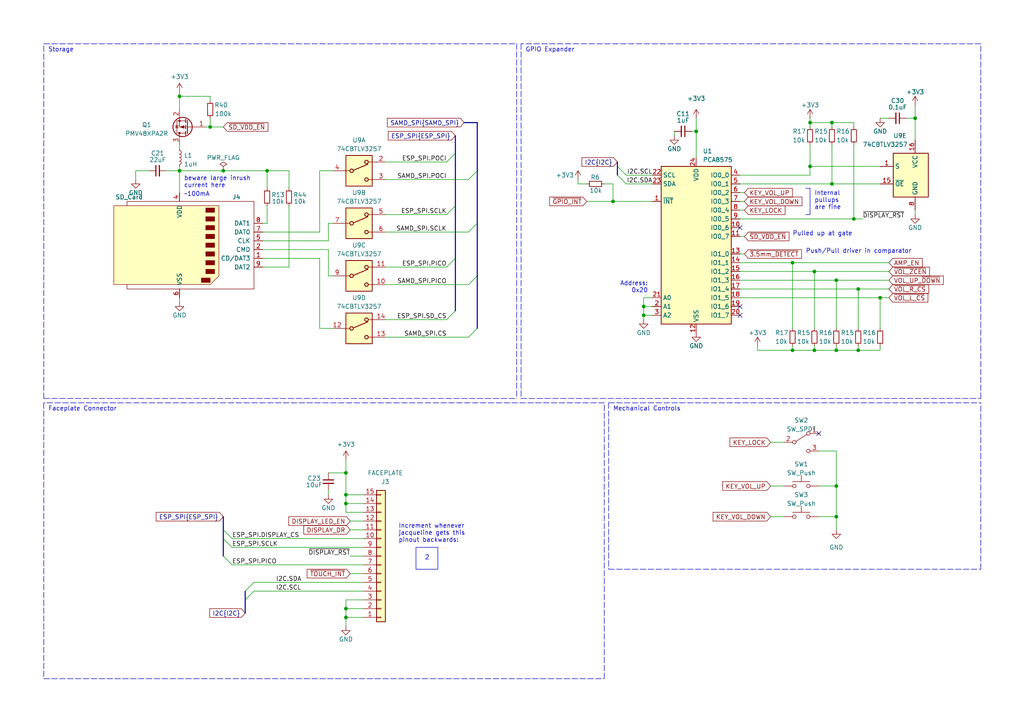
<source format=kicad_sch>
(kicad_sch (version 20230121) (generator eeschema)
  (paper "A4")
  (title_block (title "TANGARA") (date "2023-05-30") (rev "4") (company "made by jacqueline") (comment 1 "SPDX-License-Identifier: CERN-OHL-S-2.0"))
  (lib_symbols
    (symbol "74xx:74CBTLV3257"
      (property "Reference" "U" (at 17.78 1.27 0))
      (property "Value" "74CBTLV3257" (at 15.24 -1.27 0))
      (symbol "74CBTLV3257_1_1"
        (rectangle (start -3.81 4.445) (end 3.81 -4.445) (stroke (width 0.254)) (fill (type background)))
        (circle (center -2.159 0) (radius 0.508) (stroke (width 0.254)))
        (polyline (pts (xy -5.08 0) (xy -2.794 0)))
        (polyline (pts (xy -1.651 0.127) (xy 2.54 1.905)) (stroke (width 0.254)))
        (polyline (pts (xy 5.08 -2.54) (xy 2.794 -2.54)))
        (polyline (pts (xy 5.08 2.54) (xy 2.794 2.54)))
        (circle (center 2.159 -2.54) (radius 0.508) (stroke (width 0.254)))
        (circle (center 2.159 2.54) (radius 0.508) (stroke (width 0.254)))
        (pin passive line (at 7.62 2.54 180) (length 2.54) (name "~") (number "2"))
        (pin passive line (at 7.62 -2.54 180) (length 2.54) (name "~") (number "3"))
        (pin passive line (at -7.62 0 0) (length 2.54) (name "~") (number "4"))
      )
      (symbol "74CBTLV3257_2_1"
        (rectangle (start -3.81 4.445) (end 3.81 -4.445) (stroke (width 0.254)) (fill (type background)))
        (circle (center -2.159 0) (radius 0.508) (stroke (width 0.254)))
        (polyline (pts (xy -5.08 0) (xy -2.794 0)))
        (polyline (pts (xy -1.651 0.127) (xy 2.54 1.905)) (stroke (width 0.254)))
        (polyline (pts (xy 5.08 -2.54) (xy 2.794 -2.54)))
        (polyline (pts (xy 5.08 2.54) (xy 2.794 2.54)))
        (circle (center 2.159 -2.54) (radius 0.508) (stroke (width 0.254)))
        (circle (center 2.159 2.54) (radius 0.508) (stroke (width 0.254)))
        (pin passive line (at 7.62 2.54 180) (length 2.54) (name "~") (number "5"))
        (pin passive line (at 7.62 -2.54 180) (length 2.54) (name "~") (number "6"))
        (pin passive line (at -7.62 0 0) (length 2.54) (name "~") (number "7"))
      )
      (symbol "74CBTLV3257_3_1"
        (rectangle (start -3.81 4.445) (end 3.81 -4.445) (stroke (width 0.254)) (fill (type background)))
        (circle (center -2.159 0) (radius 0.508) (stroke (width 0.254)))
        (polyline (pts (xy -5.08 0) (xy -2.794 0)))
        (polyline (pts (xy -1.651 0.127) (xy 2.54 1.905)) (stroke (width 0.254)))
        (polyline (pts (xy 5.08 -2.54) (xy 2.794 -2.54)))
        (polyline (pts (xy 5.08 2.54) (xy 2.794 2.54)))
        (circle (center 2.159 -2.54) (radius 0.508) (stroke (width 0.254)))
        (circle (center 2.159 2.54) (radius 0.508) (stroke (width 0.254)))
        (pin passive line (at 7.62 -2.54 180) (length 2.54) (name "~") (number "10"))
        (pin passive line (at 7.62 2.54 180) (length 2.54) (name "~") (number "11"))
        (pin passive line (at -7.62 0 0) (length 2.54) (name "~") (number "9"))
      )
      (symbol "74CBTLV3257_4_1"
        (rectangle (start -3.81 4.445) (end 3.81 -4.445) (stroke (width 0.254)) (fill (type background)))
        (circle (center -2.159 0) (radius 0.508) (stroke (width 0.254)))
        (polyline (pts (xy -5.08 0) (xy -2.794 0)))
        (polyline (pts (xy -1.651 0.127) (xy 2.54 1.905)) (stroke (width 0.254)))
        (polyline (pts (xy 5.08 -2.54) (xy 2.794 -2.54)))
        (polyline (pts (xy 5.08 2.54) (xy 2.794 2.54)))
        (circle (center 2.159 -2.54) (radius 0.508) (stroke (width 0.254)))
        (circle (center 2.159 2.54) (radius 0.508) (stroke (width 0.254)))
        (pin passive line (at -7.62 0 0) (length 2.54) (name "~") (number "12"))
        (pin passive line (at 7.62 -2.54 180) (length 2.54) (name "~") (number "13"))
        (pin passive line (at 7.62 2.54 180) (length 2.54) (name "~") (number "14"))
      )
      (symbol "74CBTLV3257_5_1"
        (rectangle (start 3.81 6.35) (end -6.35 -6.35) (stroke (width 0.254)) (fill (type background)))
        (pin input line (at -10.16 2.54 0) (length 3.81) (name "S") (number "1"))
        (pin input line (at -10.16 -2.54 0) (length 3.81) (name "~{OE}") (number "15"))
        (pin power_in line (at 0 10.16 270) (length 3.81) (name "VCC") (number "16"))
        (pin power_in line (at 0 -10.16 90) (length 3.81) (name "GND") (number "8"))
      )
    )
    (symbol "Connector_Generic:Conn_01x15" (pin_names (offset 1.016) hide)
      (property "Reference" "J" (at 0 20.32 0))
      (property "Value" "Conn_01x15" (at 0 -20.32 0))
      (symbol "Conn_01x15_1_1"
        (rectangle (start -1.27 -17.653) (end 0 -17.907) (stroke (width 0.1524)))
        (rectangle (start -1.27 -15.113) (end 0 -15.367) (stroke (width 0.1524)))
        (rectangle (start -1.27 -12.573) (end 0 -12.827) (stroke (width 0.1524)))
        (rectangle (start -1.27 -10.033) (end 0 -10.287) (stroke (width 0.1524)))
        (rectangle (start -1.27 -7.493) (end 0 -7.747) (stroke (width 0.1524)))
        (rectangle (start -1.27 -4.953) (end 0 -5.207) (stroke (width 0.1524)))
        (rectangle (start -1.27 -2.413) (end 0 -2.667) (stroke (width 0.1524)))
        (rectangle (start -1.27 0.127) (end 0 -0.127) (stroke (width 0.1524)))
        (rectangle (start -1.27 2.667) (end 0 2.413) (stroke (width 0.1524)))
        (rectangle (start -1.27 5.207) (end 0 4.953) (stroke (width 0.1524)))
        (rectangle (start -1.27 7.747) (end 0 7.493) (stroke (width 0.1524)))
        (rectangle (start -1.27 10.287) (end 0 10.033) (stroke (width 0.1524)))
        (rectangle (start -1.27 12.827) (end 0 12.573) (stroke (width 0.1524)))
        (rectangle (start -1.27 15.367) (end 0 15.113) (stroke (width 0.1524)))
        (rectangle (start -1.27 17.907) (end 0 17.653) (stroke (width 0.1524)))
        (rectangle (start -1.27 19.05) (end 1.27 -19.05) (stroke (width 0.254)) (fill (type background)))
        (pin passive line (at -5.08 17.78 0) (length 3.81) (name "Pin_1") (number "1"))
        (pin passive line (at -5.08 -5.08 0) (length 3.81) (name "Pin_10") (number "10"))
        (pin passive line (at -5.08 -7.62 0) (length 3.81) (name "Pin_11") (number "11"))
        (pin passive line (at -5.08 -10.16 0) (length 3.81) (name "Pin_12") (number "12"))
        (pin passive line (at -5.08 -12.7 0) (length 3.81) (name "Pin_13") (number "13"))
        (pin passive line (at -5.08 -15.24 0) (length 3.81) (name "Pin_14") (number "14"))
        (pin passive line (at -5.08 -17.78 0) (length 3.81) (name "Pin_15") (number "15"))
        (pin passive line (at -5.08 15.24 0) (length 3.81) (name "Pin_2") (number "2"))
        (pin passive line (at -5.08 12.7 0) (length 3.81) (name "Pin_3") (number "3"))
        (pin passive line (at -5.08 10.16 0) (length 3.81) (name "Pin_4") (number "4"))
        (pin passive line (at -5.08 7.62 0) (length 3.81) (name "Pin_5") (number "5"))
        (pin passive line (at -5.08 5.08 0) (length 3.81) (name "Pin_6") (number "6"))
        (pin passive line (at -5.08 2.54 0) (length 3.81) (name "Pin_7") (number "7"))
        (pin passive line (at -5.08 0 0) (length 3.81) (name "Pin_8") (number "8"))
        (pin passive line (at -5.08 -2.54 0) (length 3.81) (name "Pin_9") (number "9"))
      )
    )
    (symbol "Device:C_Small" (pin_numbers hide) (pin_names (offset 0.254) hide)
      (property "Reference" "C" (at 0.254 1.778 0))
      (property "Value" "C_Small" (at 0.254 -2.032 0))
      (symbol "C_Small_0_1"
        (polyline (pts (xy -1.524 -0.508) (xy 1.524 -0.508)) (stroke (width 0.3302)))
        (polyline (pts (xy -1.524 0.508) (xy 1.524 0.508)) (stroke (width 0.3048)))
      )
      (symbol "C_Small_1_1"
        (pin passive line (at 0 2.54 270) (length 2.032) (name "~") (number "1"))
        (pin passive line (at 0 -2.54 90) (length 2.032) (name "~") (number "2"))
      )
    )
    (symbol "Device:L_Small" (pin_numbers hide) (pin_names (offset 0.254) hide)
      (property "Reference" "L" (at 0.762 1.016 0))
      (property "Value" "L_Small" (at 0.762 -1.016 0))
      (symbol "L_Small_0_1"
        (arc (start 0 -2.032) (mid 0.5058 -1.524) (end 0 -1.016))
        (arc (start 0 -1.016) (mid 0.5058 -0.508) (end 0 0))
        (arc (start 0 0) (mid 0.5058 0.508) (end 0 1.016))
        (arc (start 0 1.016) (mid 0.5058 1.524) (end 0 2.032))
      )
      (symbol "L_Small_1_1"
        (pin passive line (at 0 2.54 270) (length 0.508) (name "~") (number "1"))
        (pin passive line (at 0 -2.54 90) (length 0.508) (name "~") (number "2"))
      )
    )
    (symbol "Device:Q_PMOS_GSD" (pin_names (offset 0) hide)
      (property "Reference" "Q" (at 5.08 1.27 0))
      (property "Value" "Q_PMOS_GSD" (at 5.08 -1.27 0))
      (symbol "Q_PMOS_GSD_0_1"
        (polyline (pts (xy 0.254 0) (xy -2.54 0)))
        (polyline (pts (xy 0.254 1.905) (xy 0.254 -1.905)) (stroke (width 0.254)))
        (polyline (pts (xy 0.762 -1.27) (xy 0.762 -2.286)) (stroke (width 0.254)))
        (polyline (pts (xy 0.762 0.508) (xy 0.762 -0.508)) (stroke (width 0.254)))
        (polyline (pts (xy 0.762 2.286) (xy 0.762 1.27)) (stroke (width 0.254)))
        (polyline (pts (xy 2.54 2.54) (xy 2.54 1.778)))
        (polyline (pts (xy 2.54 -2.54) (xy 2.54 0) (xy 0.762 0)))
        (polyline (pts (xy 0.762 1.778) (xy 3.302 1.778) (xy 3.302 -1.778) (xy 0.762 -1.778)))
        (polyline (pts (xy 2.286 0) (xy 1.27 0.381) (xy 1.27 -0.381) (xy 2.286 0)) (fill (type outline)))
        (polyline (pts (xy 2.794 -0.508) (xy 2.921 -0.381) (xy 3.683 -0.381) (xy 3.81 -0.254)))
        (polyline (pts (xy 3.302 -0.381) (xy 2.921 0.254) (xy 3.683 0.254) (xy 3.302 -0.381)))
        (circle (center 1.651 0) (radius 2.794) (stroke (width 0.254)))
        (circle (center 2.54 -1.778) (radius 0.254) (fill (type outline)))
        (circle (center 2.54 1.778) (radius 0.254) (fill (type outline)))
      )
      (symbol "Q_PMOS_GSD_1_1"
        (pin input line (at -5.08 0 0) (length 2.54) (name "G") (number "1"))
        (pin passive line (at 2.54 -5.08 90) (length 2.54) (name "S") (number "2"))
        (pin passive line (at 2.54 5.08 270) (length 2.54) (name "D") (number "3"))
      )
    )
    (symbol "Device:R_Small" (pin_numbers hide) (pin_names (offset 0.254) hide)
      (property "Reference" "R" (at 0.762 0.508 0))
      (property "Value" "R_Small" (at 0.762 -1.016 0))
      (symbol "R_Small_0_1"
        (rectangle (start -0.762 1.778) (end 0.762 -1.778) (stroke (width 0.2032)))
      )
      (symbol "R_Small_1_1"
        (pin passive line (at 0 2.54 270) (length 0.762) (name "~") (number "1"))
        (pin passive line (at 0 -2.54 90) (length 0.762) (name "~") (number "2"))
      )
    )
    (symbol "Interface_Expansion:PCA9555D"
      (property "Reference" "U" (at -8.89 24.13 0))
      (property "Value" "PCA9555D" (at 6.35 24.13 0))
      (symbol "PCA9555D_0_1"
        (rectangle (start -10.16 22.86) (end 10.16 -22.86) (stroke (width 0.254)) (fill (type background)))
      )
      (symbol "PCA9555D_1_1"
        (pin open_collector line (at -12.7 12.7 0) (length 2.54) (name "~{INT}") (number "1"))
        (pin bidirectional line (at 12.7 5.08 180) (length 2.54) (name "IO0_6") (number "10"))
        (pin bidirectional line (at 12.7 2.54 180) (length 2.54) (name "IO0_7") (number "11"))
        (pin power_in line (at 0 -25.4 90) (length 2.54) (name "VSS") (number "12"))
        (pin bidirectional line (at 12.7 -2.54 180) (length 2.54) (name "IO1_0") (number "13"))
        (pin bidirectional line (at 12.7 -5.08 180) (length 2.54) (name "IO1_1") (number "14"))
        (pin bidirectional line (at 12.7 -7.62 180) (length 2.54) (name "IO1_2") (number "15"))
        (pin bidirectional line (at 12.7 -10.16 180) (length 2.54) (name "IO1_3") (number "16"))
        (pin bidirectional line (at 12.7 -12.7 180) (length 2.54) (name "IO1_4") (number "17"))
        (pin bidirectional line (at 12.7 -15.24 180) (length 2.54) (name "IO1_5") (number "18"))
        (pin bidirectional line (at 12.7 -17.78 180) (length 2.54) (name "IO1_6") (number "19"))
        (pin input line (at -12.7 -17.78 0) (length 2.54) (name "A1") (number "2"))
        (pin bidirectional line (at 12.7 -20.32 180) (length 2.54) (name "IO1_7") (number "20"))
        (pin input line (at -12.7 -15.24 0) (length 2.54) (name "A0") (number "21"))
        (pin input line (at -12.7 20.32 0) (length 2.54) (name "SCL") (number "22"))
        (pin bidirectional line (at -12.7 17.78 0) (length 2.54) (name "SDA") (number "23"))
        (pin power_in line (at 0 25.4 270) (length 2.54) (name "VDD") (number "24"))
        (pin input line (at -12.7 -20.32 0) (length 2.54) (name "A2") (number "3"))
        (pin bidirectional line (at 12.7 20.32 180) (length 2.54) (name "IO0_0") (number "4"))
        (pin bidirectional line (at 12.7 17.78 180) (length 2.54) (name "IO0_1") (number "5"))
        (pin bidirectional line (at 12.7 15.24 180) (length 2.54) (name "IO0_2") (number "6"))
        (pin bidirectional line (at 12.7 12.7 180) (length 2.54) (name "IO0_3") (number "7"))
        (pin bidirectional line (at 12.7 10.16 180) (length 2.54) (name "IO0_4") (number "8"))
        (pin bidirectional line (at 12.7 7.62 180) (length 2.54) (name "IO0_5") (number "9"))
      )
    )
    (symbol "Switch:SW_Push" (pin_numbers hide) (pin_names (offset 1.016) hide)
      (property "Reference" "SW" (at 1.27 2.54 0))
      (property "Value" "SW_Push" (at 0 -1.524 0))
      (symbol "SW_Push_0_1"
        (circle (center -2.032 0) (radius 0.508))
        (polyline (pts (xy 0 1.27) (xy 0 3.048)))
        (polyline (pts (xy 2.54 1.27) (xy -2.54 1.27)))
        (circle (center 2.032 0) (radius 0.508))
        (pin passive line (at -5.08 0 0) (length 2.54) (name "1") (number "1"))
        (pin passive line (at 5.08 0 180) (length 2.54) (name "2") (number "2"))
      )
    )
    (symbol "Switch:SW_SPDT" (pin_names (offset 0) hide)
      (property "Reference" "SW" (at 0 4.318 0))
      (property "Value" "SW_SPDT" (at 0 -5.08 0))
      (symbol "SW_SPDT_0_0"
        (circle (center -2.032 0) (radius 0.508))
        (circle (center 2.032 -2.54) (radius 0.508))
      )
      (symbol "SW_SPDT_0_1"
        (polyline (pts (xy -1.524 0.254) (xy 1.651 2.286)))
        (circle (center 2.032 2.54) (radius 0.508))
      )
      (symbol "SW_SPDT_1_1"
        (pin passive line (at 5.08 2.54 180) (length 2.54) (name "A") (number "1"))
        (pin passive line (at -5.08 0 0) (length 2.54) (name "B") (number "2"))
        (pin passive line (at 5.08 -2.54 180) (length 2.54) (name "C") (number "3"))
      )
    )
    (symbol "power:+3V3" (power) (pin_names (offset 0))
      (property "Value" "+3V3" (at 0 3.556 0))
      (symbol "+3V3_0_1"
        (polyline (pts (xy -0.762 1.27) (xy 0 2.54)))
        (polyline (pts (xy 0 0) (xy 0 2.54)))
        (polyline (pts (xy 0 2.54) (xy 0.762 1.27)))
      )
      (symbol "+3V3_1_1"
        (pin power_in line (at 0 0 90) (length 0) hide (name "+3V3") (number "1"))
      )
    )
    (symbol "power:GND" (power) (pin_names (offset 0))
      (property "Value" "GND" (at 0 -3.81 0))
      (symbol "GND_0_1"
        (polyline (pts (xy 0 0) (xy 0 -1.27) (xy 1.27 -1.27) (xy 0 -2.54) (xy -1.27 -1.27) (xy 0 -1.27)))
      )
      (symbol "GND_1_1"
        (pin power_in line (at 0 0 270) (length 0) hide (name "GND") (number "1"))
      )
    )
    (symbol "power:PWR_FLAG" (power) (pin_numbers hide) (pin_names (offset 0) hide)
      (property "Value" "PWR_FLAG" (at 0 3.81 0))
      (symbol "PWR_FLAG_0_0"
        (pin power_out line (at 0 0 90) (length 0) (name "pwr") (number "1"))
      )
      (symbol "PWR_FLAG_0_1"
        (polyline (pts (xy 0 0) (xy 0 1.27) (xy -1.016 1.905) (xy 0 2.54) (xy 1.016 1.905) (xy 0 1.27)))
      )
    )
    (symbol "symbols:SD_Card" (pin_names (offset 1.016))
      (property "Reference" "J" (at -16.51 13.97 0))
      (property "Value" "SD_Card" (at 15.24 -13.97 0))
      (symbol "SD_Card_0_1"
        (rectangle (start -8.89 -9.525) (end -6.35 -10.795) (fill (type outline)))
        (rectangle (start -8.89 -6.985) (end -6.35 -8.255) (fill (type outline)))
        (rectangle (start -8.89 -4.445) (end -6.35 -5.715) (fill (type outline)))
        (rectangle (start -8.89 -1.905) (end -6.35 -3.175) (fill (type outline)))
        (rectangle (start -8.89 0.635) (end -6.35 -0.635) (fill (type outline)))
        (rectangle (start -8.89 3.175) (end -6.35 1.905) (fill (type outline)))
        (rectangle (start -8.89 5.715) (end -6.35 4.445) (fill (type outline)))
        (rectangle (start -8.89 8.255) (end -6.35 6.985) (fill (type outline)))
        (rectangle (start -7.62 10.795) (end -5.08 9.525) (fill (type outline)))
        (polyline (pts (xy -10.16 8.89) (xy -7.62 11.43) (xy 20.32 11.43) (xy 20.32 -11.43) (xy -10.16 -11.43) (xy -10.16 8.89)) (fill (type background)))
        (polyline (pts (xy 16.51 11.43) (xy 16.51 12.7) (xy -20.32 12.7) (xy -20.32 -12.7) (xy 16.51 -12.7) (xy 16.51 -11.43)))
      )
      (symbol "SD_Card_1_1"
        (pin input line (at -22.86 3.81 0) (length 2.54) (name "CD/DAT3") (number "1"))
        (pin input line (at -22.86 1.27 0) (length 2.54) (name "CMD") (number "2"))
        (pin power_in line (at 1.27 15.24 270) (length 2.54) hide (name "VSS") (number "3"))
        (pin power_in line (at 1.27 -15.24 90) (length 2.54) (name "VDD") (number "4"))
        (pin input line (at -22.86 -1.27 0) (length 2.54) (name "CLK") (number "5"))
        (pin power_in line (at 1.27 15.24 270) (length 2.54) (name "VSS") (number "6"))
        (pin input line (at -22.86 -3.81 0) (length 2.54) (name "DAT0") (number "7"))
        (pin input line (at -22.86 -6.35 0) (length 2.54) (name "DAT1") (number "8"))
        (pin input line (at -22.86 6.35 0) (length 2.54) (name "DAT2") (number "9"))
      )
    )
  )
  (junction (at 255.27 86.36))
  (junction (at 186.69 91.44))
  (junction (at 242.57 81.28))
  (junction (at 100.33 146.05))
  (junction (at 242.57 101.6))
  (junction (at 248.92 101.6))
  (junction (at 100.33 176.53))
  (junction (at 64.77 49.53))
  (junction (at 234.95 48.26))
  (junction (at 229.87 101.6))
  (junction (at 248.92 83.82))
  (junction (at 52.07 27.94))
  (junction (at 100.33 179.07))
  (junction (at 236.22 101.6))
  (junction (at 265.43 34.29))
  (junction (at 242.57 149.86))
  (junction (at 234.95 35.56))
  (junction (at 241.3 53.34))
  (junction (at 236.22 78.74))
  (junction (at 100.33 143.51))
  (junction (at 229.87 76.2))
  (junction (at 201.93 38.1))
  (junction (at 77.47 49.53))
  (junction (at 186.69 88.9))
  (junction (at 52.07 49.53))
  (junction (at 241.3 35.56))
  (junction (at 247.65 63.5))
  (junction (at 242.57 140.97))
  (junction (at 60.96 36.83))
  (junction (at 100.33 137.16))
  (junction (at 177.8 58.42))
  (no_connect (at 214.63 91.44))
  (no_connect (at 237.49 125.73))
  (no_connect (at 214.63 88.9))
  (no_connect (at 214.63 66.04))
  (bus_entry (at 67.31 158.75) (size -2.54 -2.54))
  (bus_entry (at 179.07 48.26) (size 2.54 2.54))
  (bus_entry (at 129.54 77.47) (size 2.54 -2.54))
  (bus_entry (at 129.54 92.71) (size 2.54 -2.54))
  (bus_entry (at 129.54 46.99) (size 2.54 -2.54))
  (bus_entry (at 129.54 62.23) (size 2.54 -2.54))
  (bus_entry (at 179.07 50.8) (size 2.54 2.54))
  (bus_entry (at 135.89 52.07) (size 2.54 -2.54))
  (bus_entry (at 135.89 82.55) (size 2.54 -2.54))
  (bus_entry (at 135.89 67.31) (size 2.54 -2.54))
  (bus_entry (at 67.31 163.83) (size -2.54 -2.54))
  (bus_entry (at 71.12 171.45) (size 2.54 -2.54))
  (bus_entry (at 71.12 173.99) (size 2.54 -2.54))
  (bus_entry (at 135.89 97.79) (size 2.54 -2.54))
  (bus_entry (at 67.31 156.21) (size -2.54 -2.54))
  (wire (pts (xy 186.69 88.9) (xy 186.69 91.44)))
  (wire (pts (xy 255.27 86.36) (xy 257.81 86.36)))
  (wire (pts (xy 186.69 91.44) (xy 186.69 92.71)))
  (bus (pts (xy 64.77 153.67) (xy 64.77 156.21)))
  (wire (pts (xy 242.57 140.97) (xy 242.57 149.86)))
  (wire (pts (xy 236.22 101.6) (xy 242.57 101.6)))
  (wire (pts (xy 67.31 156.21) (xy 105.41 156.21)))
  (polyline (pts (xy 12.7 12.7) (xy 149.86 12.7)) (stroke (width 0) (type dash)))
  (polyline (pts (xy 176.53 116.84) (xy 176.53 165.1)) (stroke (width 0) (type dash)))
  (wire (pts (xy 219.71 100.33) (xy 219.71 101.6)))
  (wire (pts (xy 237.49 130.81) (xy 242.57 130.81)))
  (wire (pts (xy 234.95 41.91) (xy 234.95 48.26)))
  (wire (pts (xy 250.19 63.5) (xy 247.65 63.5)))
  (bus (pts (xy 134.62 35.56) (xy 138.43 35.56)))
  (polyline (pts (xy 234.95 62.23) (xy 234.95 54.61)))
  (wire (pts (xy 248.92 101.6) (xy 255.27 101.6)))
  (wire (pts (xy 39.37 49.53) (xy 39.37 52.07)))
  (wire (pts (xy 100.33 179.07) (xy 105.41 179.07)))
  (bus (pts (xy 71.12 171.45) (xy 71.12 173.99)))
  (wire (pts (xy 52.07 87.63) (xy 52.07 86.36)))
  (wire (pts (xy 265.43 30.48) (xy 265.43 34.29)))
  (wire (pts (xy 201.93 34.29) (xy 201.93 38.1)))
  (wire (pts (xy 92.71 49.53) (xy 92.71 67.31)))
  (wire (pts (xy 64.77 36.83) (xy 60.96 36.83)))
  (wire (pts (xy 236.22 78.74) (xy 257.81 78.74)))
  (wire (pts (xy 214.63 76.2) (xy 229.87 76.2)))
  (wire (pts (xy 101.6 153.67) (xy 105.41 153.67)))
  (wire (pts (xy 177.8 53.34) (xy 177.8 58.42)))
  (wire (pts (xy 77.47 49.53) (xy 83.82 49.53)))
  (bus (pts (xy 132.08 44.45) (xy 132.08 59.69)))
  (wire (pts (xy 234.95 50.8) (xy 234.95 48.26)))
  (wire (pts (xy 214.63 83.82) (xy 248.92 83.82)))
  (wire (pts (xy 60.96 34.29) (xy 60.96 36.83)))
  (wire (pts (xy 242.57 130.81) (xy 242.57 140.97)))
  (wire (pts (xy 175.26 53.34) (xy 177.8 53.34)))
  (wire (pts (xy 241.3 35.56) (xy 247.65 35.56)))
  (wire (pts (xy 255.27 86.36) (xy 255.27 95.25)))
  (polyline (pts (xy 176.53 116.84) (xy 284.48 116.84)) (stroke (width 0) (type dash)))
  (wire (pts (xy 214.63 58.42) (xy 215.9 58.42)))
  (wire (pts (xy 170.18 58.42) (xy 177.8 58.42)))
  (wire (pts (xy 48.26 49.53) (xy 52.07 49.53)))
  (wire (pts (xy 77.47 49.53) (xy 77.47 54.61)))
  (wire (pts (xy 214.63 53.34) (xy 241.3 53.34)))
  (wire (pts (xy 95.25 72.39) (xy 95.25 80.01)))
  (polyline (pts (xy 151.13 12.7) (xy 151.13 115.57)) (stroke (width 0) (type dash)))
  (wire (pts (xy 247.65 41.91) (xy 247.65 63.5)))
  (wire (pts (xy 100.33 181.61) (xy 100.33 179.07)))
  (wire (pts (xy 67.31 158.75) (xy 105.41 158.75)))
  (wire (pts (xy 181.61 53.34) (xy 189.23 53.34)))
  (wire (pts (xy 100.33 176.53) (xy 100.33 179.07)))
  (wire (pts (xy 92.71 74.93) (xy 92.71 95.25)))
  (wire (pts (xy 111.76 97.79) (xy 135.89 97.79)))
  (wire (pts (xy 167.64 53.34) (xy 170.18 53.34)))
  (wire (pts (xy 76.2 67.31) (xy 92.71 67.31)))
  (polyline (pts (xy 151.13 115.57) (xy 284.48 115.57)) (stroke (width 0) (type dash)))
  (wire (pts (xy 247.65 35.56) (xy 247.65 36.83)))
  (bus (pts (xy 132.08 74.93) (xy 132.08 90.17)))
  (wire (pts (xy 189.23 88.9) (xy 186.69 88.9)))
  (wire (pts (xy 189.23 86.36) (xy 186.69 86.36)))
  (wire (pts (xy 237.49 140.97) (xy 242.57 140.97)))
  (wire (pts (xy 200.66 38.1) (xy 201.93 38.1)))
  (bus (pts (xy 138.43 35.56) (xy 138.43 49.53)))
  (wire (pts (xy 95.25 80.01) (xy 96.52 80.01)))
  (wire (pts (xy 229.87 100.33) (xy 229.87 101.6)))
  (wire (pts (xy 236.22 78.74) (xy 236.22 95.25)))
  (bus (pts (xy 179.07 46.99) (xy 179.07 48.26)))
  (wire (pts (xy 101.6 161.29) (xy 105.41 161.29)))
  (wire (pts (xy 92.71 95.25) (xy 96.52 95.25)))
  (wire (pts (xy 255.27 101.6) (xy 255.27 100.33)))
  (wire (pts (xy 64.77 49.53) (xy 77.47 49.53)))
  (polyline (pts (xy 284.48 165.1) (xy 284.48 116.84)) (stroke (width 0) (type dash)))
  (wire (pts (xy 52.07 49.53) (xy 64.77 49.53)))
  (wire (pts (xy 215.9 68.58) (xy 214.63 68.58)))
  (wire (pts (xy 255.27 34.29) (xy 257.81 34.29)))
  (wire (pts (xy 214.63 55.88) (xy 215.9 55.88)))
  (wire (pts (xy 242.57 81.28) (xy 257.81 81.28)))
  (wire (pts (xy 95.25 69.85) (xy 95.25 64.77)))
  (wire (pts (xy 52.07 26.67) (xy 52.07 27.94)))
  (wire (pts (xy 234.95 48.26) (xy 255.27 48.26)))
  (wire (pts (xy 214.63 50.8) (xy 234.95 50.8)))
  (wire (pts (xy 111.76 92.71) (xy 129.54 92.71)))
  (wire (pts (xy 52.07 48.26) (xy 52.07 49.53)))
  (wire (pts (xy 234.95 35.56) (xy 234.95 36.83)))
  (polyline (pts (xy 12.7 196.85) (xy 175.26 196.85)) (stroke (width 0) (type dash)))
  (wire (pts (xy 100.33 143.51) (xy 105.41 143.51)))
  (wire (pts (xy 177.8 58.42) (xy 189.23 58.42)))
  (wire (pts (xy 111.76 77.47) (xy 129.54 77.47)))
  (wire (pts (xy 52.07 27.94) (xy 52.07 31.75)))
  (wire (pts (xy 111.76 52.07) (xy 135.89 52.07)))
  (wire (pts (xy 101.6 166.37) (xy 105.41 166.37)))
  (wire (pts (xy 73.66 171.45) (xy 105.41 171.45)))
  (wire (pts (xy 236.22 100.33) (xy 236.22 101.6)))
  (bus (pts (xy 179.07 48.26) (xy 179.07 50.8)))
  (wire (pts (xy 195.58 38.1) (xy 195.58 39.37)))
  (wire (pts (xy 167.64 52.07) (xy 167.64 53.34)))
  (wire (pts (xy 83.82 54.61) (xy 83.82 49.53)))
  (wire (pts (xy 219.71 101.6) (xy 229.87 101.6)))
  (wire (pts (xy 215.9 73.66) (xy 214.63 73.66)))
  (polyline (pts (xy 12.7 115.57) (xy 149.86 115.57)) (stroke (width 0) (type dash)))
  (wire (pts (xy 229.87 101.6) (xy 236.22 101.6)))
  (wire (pts (xy 247.65 63.5) (xy 214.63 63.5)))
  (bus (pts (xy 138.43 64.77) (xy 138.43 80.01)))
  (wire (pts (xy 241.3 53.34) (xy 255.27 53.34)))
  (wire (pts (xy 60.96 29.21) (xy 60.96 27.94)))
  (wire (pts (xy 229.87 76.2) (xy 257.81 76.2)))
  (polyline (pts (xy 175.26 196.85) (xy 175.26 116.84)) (stroke (width 0) (type dash)))
  (wire (pts (xy 100.33 148.59) (xy 100.33 146.05)))
  (wire (pts (xy 265.43 34.29) (xy 265.43 40.64)))
  (wire (pts (xy 95.25 142.24) (xy 95.25 143.51)))
  (polyline (pts (xy 12.7 115.57) (xy 12.7 12.7)) (stroke (width 0) (type dash)))
  (wire (pts (xy 105.41 146.05) (xy 100.33 146.05)))
  (polyline (pts (xy 176.53 165.1) (xy 284.48 165.1)) (stroke (width 0) (type dash)))
  (wire (pts (xy 265.43 62.23) (xy 265.43 60.96)))
  (wire (pts (xy 39.37 49.53) (xy 43.18 49.53)))
  (wire (pts (xy 111.76 82.55) (xy 135.89 82.55)))
  (polyline (pts (xy 12.7 116.84) (xy 12.7 196.85)) (stroke (width 0) (type dash)))
  (wire (pts (xy 248.92 100.33) (xy 248.92 101.6)))
  (bus (pts (xy 64.77 156.21) (xy 64.77 161.29)))
  (bus (pts (xy 132.08 39.37) (xy 132.08 44.45)))
  (wire (pts (xy 73.66 168.91) (xy 105.41 168.91)))
  (wire (pts (xy 52.07 41.91) (xy 52.07 43.18)))
  (wire (pts (xy 111.76 67.31) (xy 135.89 67.31)))
  (polyline (pts (xy 175.26 116.84) (xy 12.7 116.84)) (stroke (width 0) (type dash)))
  (wire (pts (xy 77.47 59.69) (xy 77.47 64.77)))
  (wire (pts (xy 201.93 38.1) (xy 201.93 45.72)))
  (wire (pts (xy 60.96 36.83) (xy 59.69 36.83)))
  (wire (pts (xy 60.96 27.94) (xy 52.07 27.94)))
  (wire (pts (xy 234.95 35.56) (xy 241.3 35.56)))
  (polyline (pts (xy 233.68 62.23) (xy 234.95 62.23)))
  (bus (pts (xy 132.08 59.69) (xy 132.08 74.93)))
  (wire (pts (xy 101.6 151.13) (xy 105.41 151.13)))
  (wire (pts (xy 83.82 59.69) (xy 83.82 77.47)))
  (wire (pts (xy 96.52 49.53) (xy 92.71 49.53)))
  (wire (pts (xy 76.2 64.77) (xy 77.47 64.77)))
  (wire (pts (xy 95.25 137.16) (xy 100.33 137.16)))
  (wire (pts (xy 214.63 81.28) (xy 242.57 81.28)))
  (wire (pts (xy 100.33 133.35) (xy 100.33 137.16)))
  (polyline (pts (xy 284.48 12.7) (xy 151.13 12.7)) (stroke (width 0) (type dash)))
  (wire (pts (xy 76.2 72.39) (xy 95.25 72.39)))
  (polyline (pts (xy 233.68 54.61) (xy 234.95 54.61)))
  (wire (pts (xy 105.41 148.59) (xy 100.33 148.59)))
  (wire (pts (xy 241.3 41.91) (xy 241.3 53.34)))
  (wire (pts (xy 262.89 34.29) (xy 265.43 34.29)))
  (wire (pts (xy 242.57 100.33) (xy 242.57 101.6)))
  (wire (pts (xy 100.33 173.99) (xy 100.33 176.53)))
  (wire (pts (xy 76.2 74.93) (xy 92.71 74.93)))
  (polyline (pts (xy 149.86 12.7) (xy 149.86 115.57)) (stroke (width 0) (type dash)))
  (wire (pts (xy 111.76 46.99) (xy 129.54 46.99)))
  (wire (pts (xy 242.57 81.28) (xy 242.57 95.25)))
  (wire (pts (xy 234.95 34.29) (xy 234.95 35.56)))
  (wire (pts (xy 111.76 62.23) (xy 129.54 62.23)))
  (wire (pts (xy 248.92 83.82) (xy 248.92 95.25)))
  (bus (pts (xy 64.77 149.86) (xy 64.77 153.67)))
  (wire (pts (xy 76.2 69.85) (xy 95.25 69.85)))
  (wire (pts (xy 181.61 50.8) (xy 189.23 50.8)))
  (wire (pts (xy 95.25 64.77) (xy 96.52 64.77)))
  (wire (pts (xy 242.57 101.6) (xy 248.92 101.6)))
  (wire (pts (xy 237.49 149.86) (xy 242.57 149.86)))
  (bus (pts (xy 71.12 173.99) (xy 71.12 177.8)))
  (wire (pts (xy 52.07 55.88) (xy 52.07 49.53)))
  (wire (pts (xy 100.33 146.05) (xy 100.33 143.51)))
  (wire (pts (xy 189.23 91.44) (xy 186.69 91.44)))
  (wire (pts (xy 242.57 149.86) (xy 242.57 153.67)))
  (polyline (pts (xy 284.48 115.57) (xy 284.48 12.7)) (stroke (width 0) (type dash)))
  (wire (pts (xy 186.69 86.36) (xy 186.69 88.9)))
  (wire (pts (xy 100.33 137.16) (xy 100.33 143.51)))
  (wire (pts (xy 223.52 140.97) (xy 227.33 140.97)))
  (bus (pts (xy 138.43 49.53) (xy 138.43 64.77)))
  (wire (pts (xy 215.9 60.96) (xy 214.63 60.96)))
  (wire (pts (xy 105.41 176.53) (xy 100.33 176.53)))
  (wire (pts (xy 76.2 77.47) (xy 83.82 77.47)))
  (wire (pts (xy 105.41 173.99) (xy 100.33 173.99)))
  (wire (pts (xy 248.92 83.82) (xy 257.81 83.82)))
  (wire (pts (xy 223.52 149.86) (xy 227.33 149.86)))
  (wire (pts (xy 214.63 86.36) (xy 255.27 86.36)))
  (bus (pts (xy 138.43 80.01) (xy 138.43 95.25)))
  (wire (pts (xy 67.31 163.83) (xy 105.41 163.83)))
  (wire (pts (xy 241.3 35.56) (xy 241.3 36.83)))
  (wire (pts (xy 229.87 76.2) (xy 229.87 95.25)))
  (wire (pts (xy 214.63 78.74) (xy 236.22 78.74)))
  (wire (pts (xy 223.52 128.27) (xy 227.33 128.27)))
  (rectangle (start 120.65 158.75) (end 127 165.1))
  (text "GPIO Expander" (at 152.4 15.24 0) (effects (font (size 1.27 1.27)) (justify left bottom)))
  (text "beware large inrush\ncurrent here" (at 53.34 54.61 0) (effects (font (size 1.27 1.27)) (justify left bottom)))
  (text "Internal\npullups\nare fine" (at 236.22 60.96 0) (effects (font (size 1.27 1.27)) (justify left bottom)))
  (text "~100mA" (at 53.34 57.15 0) (effects (font (size 1.27 1.27)) (justify left bottom)))
  (text "Increment whenever\njacqueline gets this\npinout backwards:" (at 115.57 157.48 0) (effects (font (size 1.27 1.27)) (justify left bottom)))
  (text "Pulled up at gate" (at 229.87 68.58 0) (effects (font (size 1.27 1.27)) (justify left bottom)))
  (text "Storage" (at 13.97 15.24 0) (effects (font (size 1.27 1.27)) (justify left bottom)))
  (text "Mechanical Controls" (at 177.8 119.38 0) (effects (font (size 1.27 1.27)) (justify left bottom)))
  (text "2" (at 123.19 162.56 0) (effects (font (size 1.27 1.27)) (justify left bottom)))
  (text "Push/Pull driver in comparator" (at 233.68 73.66 0) (effects (font (size 1.27 1.27)) (justify left bottom)))
  (text "Faceplate Connector" (at 13.97 119.38 0) (effects (font (size 1.27 1.27)) (justify left bottom)))
  (text "Address:\n0x20" (at 187.96 85.09 0) (effects (font (size 1.27 1.27)) (justify right bottom)))
  (label "SAMD_SPI.POCI" (at 129.54 52.07 180))
  (label "I2C.SDA" (at 80.01 168.91 0))
  (label "I2C.SCL" (at 189.23 50.8 180))
  (label "SAMD_SPI.PICO" (at 129.54 82.55 180))
  (label "ESP_SPI.PICO" (at 129.54 77.47 180))
  (label "ESP_SPI.SD_CS" (at 129.54 92.71 180))
  (label "ESP_SPI.POCI" (at 129.54 46.99 180))
  (label "ESP_SPI.PICO" (at 67.31 163.83 0))
  (label "SAMD_SPI.SCLK" (at 129.54 67.31 180))
  (label "~{DISPLAY_RST}" (at 101.6 161.29 180) (property "Intersheetrefs" "${INTERSHEET_REFS}" (effects hide)))
  (label "ESP_SPI.DISPLAY_CS" (at 67.31 156.21 0))
  (label "SAMD_SPI.CS" (at 129.54 97.79 180))
  (label "ESP_SPI.SCLK" (at 67.31 158.75 0))
  (label "I2C.SDA" (at 189.23 53.34 180))
  (label "~{DISPLAY_RST}" (at 250.19 63.5 0) (property "Intersheetrefs" "${INTERSHEET_REFS}" (effects hide)))
  (label "ESP_SPI.SCLK" (at 129.54 62.23 180))
  (label "I2C.SCL" (at 80.01 171.45 0))
  (global_label "ESP_SPI{ESP_SPI}" (shape input) (at 132.08 39.37 180) (property "Intersheetrefs" "${INTERSHEET_REFS}" (effects hide)))
  (global_label "DISPLAY_LED_EN" (shape input) (at 101.6 151.13 180) (property "Intersheetrefs" "${INTERSHEET_REFS}" (effects hide)))
  (global_label "KEY_VOL_DOWN" (shape input) (at 223.52 149.86 180) (property "Intersheetrefs" "${INTERSHEET_REFS}" (effects hide)))
  (global_label "KEY_LOCK" (shape input) (at 223.52 128.27 180) (property "Intersheetrefs" "${INTERSHEET_REFS}" (effects hide)))
  (global_label "KEY_LOCK" (shape input) (at 215.9 60.96 0) (property "Intersheetrefs" "${INTERSHEET_REFS}" (effects hide)))
  (global_label "I2C{I2C}" (shape input) (at 71.12 177.8 180) (property "Intersheetrefs" "${INTERSHEET_REFS}" (effects hide)))
  (global_label "SAMD_SPI{SAMD_SPI}" (shape input) (at 134.62 35.56 180) (property "Intersheetrefs" "${INTERSHEET_REFS}" (effects hide)))
  (global_label "KEY_VOL_UP" (shape input) (at 215.9 55.88 0) (property "Intersheetrefs" "${INTERSHEET_REFS}" (effects hide)))
  (global_label "~{VOL_L_CS}" (shape input) (at 257.81 86.36 0) (property "Intersheetrefs" "${INTERSHEET_REFS}" (effects hide)))
  (global_label "~{SD_VDD_EN}" (shape input) (at 64.77 36.83 0) (property "Intersheetrefs" "${INTERSHEET_REFS}" (effects hide)))
  (global_label "~{3.5mm_DETECT}" (shape input) (at 215.9 73.66 0) (property "Intersheetrefs" "${INTERSHEET_REFS}" (effects hide)))
  (global_label "~{TOUCH_INT}" (shape input) (at 101.6 166.37 180) (property "Intersheetrefs" "${INTERSHEET_REFS}" (effects hide)))
  (global_label "I2C{I2C}" (shape input) (at 179.07 46.99 180) (property "Intersheetrefs" "${INTERSHEET_REFS}" (effects hide)))
  (global_label "VOL_UP_~{DOWN}" (shape input) (at 257.81 81.28 0) (property "Intersheetrefs" "${INTERSHEET_REFS}" (effects hide)))
  (global_label "~{VOL_ZCEN}" (shape input) (at 257.81 78.74 0) (property "Intersheetrefs" "${INTERSHEET_REFS}" (effects hide)))
  (global_label "~{SD_VDD_EN}" (shape input) (at 215.9 68.58 0) (property "Intersheetrefs" "${INTERSHEET_REFS}" (effects hide)))
  (global_label "ESP_SPI{ESP_SPI}" (shape input) (at 64.77 149.86 180) (property "Intersheetrefs" "${INTERSHEET_REFS}" (effects hide)))
  (global_label "DISPLAY_DR" (shape input) (at 101.6 153.67 180) (property "Intersheetrefs" "${INTERSHEET_REFS}" (effects hide)))
  (global_label "~{GPIO_INT}" (shape input) (at 170.18 58.42 180) (property "Intersheetrefs" "${INTERSHEET_REFS}" (effects hide)))
  (global_label "AMP_EN" (shape input) (at 257.81 76.2 0) (property "Intersheetrefs" "${INTERSHEET_REFS}" (effects hide)))
  (global_label "~{VOL_R_CS}" (shape input) (at 257.81 83.82 0) (property "Intersheetrefs" "${INTERSHEET_REFS}" (effects hide)))
  (global_label "KEY_VOL_UP" (shape input) (at 223.52 140.97 180) (property "Intersheetrefs" "${INTERSHEET_REFS}" (effects hide)))
  (global_label "KEY_VOL_DOWN" (shape input) (at 215.9 58.42 0) (property "Intersheetrefs" "${INTERSHEET_REFS}" (effects hide)))
  (symbol (lib_id "Device:R_Small") (at 77.47 57.15 0) (unit 1)
    (property "Reference" "R13" (at 80.645 56.515 0))
    (property "Value" "10k" (at 80.645 58.42 0))
    (property "Footprint" "Resistor_SMD:R_0603_1608Metric" (effects hide))
    (property "MPN" "AC0603JR-0710KL" (effects hide))
  )
  (symbol (lib_id "Device:R_Small") (at 248.92 97.79 0) (unit 1)
    (property "Reference" "R15" (at 243.84 96.52 0) (effects (justify left)))
    (property "Value" "10k" (at 243.84 99.06 0) (effects (justify left)))
    (property "Footprint" "Resistor_SMD:R_0603_1608Metric" (effects hide))
    (property "MPN" "AC0603JR-0710KL" (effects hide))
  )
  (symbol (lib_id "power:GND") (at 242.57 153.67 0) (unit 1)
    (property "Reference" "#PWR0413" (effects hide))
    (property "Value" "GND" (at 242.57 158.75 0))
  )
  (symbol (lib_id "Device:C_Small") (at 260.35 34.29 270) (unit 1)
    (property "Reference" "C30" (at 260.35 29.21 90))
    (property "Value" "0.1uF" (at 260.35 31.115 90))
    (property "Footprint" "Capacitor_SMD:C_0805_2012Metric" (effects hide))
    (property "MPN" "0805YD104KAT2A" (effects hide))
  )
  (symbol (lib_id "Interface_Expansion:PCA9555D") (at 201.93 71.12 0) (unit 1)
    (property "Reference" "U1" (at 203.835 43.815 0) (effects (justify left)))
    (property "Value" "PCA8575" (at 203.835 46.355 0) (effects (justify left)))
    (property "Footprint" "Package_SO:SSOP-24_3.9x8.7mm_P0.635mm" (effects hide))
    (property "Datasheet" "https://www.nxp.com/docs/en/data-sheet/PCA9555.pdf" (effects hide))
    (property "MPN" "PCA8575DK" (effects hide))
  )
  (symbol (lib_id "Device:R_Small") (at 83.82 57.15 0) (unit 1)
    (property "Reference" "R44" (at 86.995 56.515 0))
    (property "Value" "10k" (at 86.995 58.42 0))
    (property "Footprint" "Resistor_SMD:R_0603_1608Metric" (effects hide))
    (property "MPN" "AC0603JR-0710KL" (effects hide))
  )
  (symbol (lib_id "Switch:SW_SPDT") (at 232.41 128.27 0) (unit 1)
    (property "Reference" "SW2" (at 232.41 121.92 0))
    (property "Value" "SW_SPDT" (at 232.41 124.46 0))
    (property "Footprint" "Button_Switch_SMD:SW_SPDT_CK-JS102011SAQN" (effects hide))
    (property "MPN" "JS102011SAQN" (effects hide))
  )
  (symbol (lib_id "power:GND") (at 195.58 39.37 0) (unit 1)
    (property "Reference" "#PWR0410" (effects hide))
    (property "Value" "GND" (at 195.58 43.18 0))
  )
  (symbol (lib_id "Device:C_Small") (at 198.12 38.1 270) (unit 1)
    (property "Reference" "C11" (at 198.12 33.02 90))
    (property "Value" "1uF" (at 198.12 34.925 90))
    (property "Footprint" "Capacitor_SMD:C_0805_2012Metric" (effects hide))
    (property "MPN" "EMK212BJ105KG-T" (effects hide))
  )
  (symbol (lib_id "power:GND") (at 39.37 52.07 0) (unit 1)
    (property "Reference" "#PWR0402" (effects hide))
    (property "Value" "GND" (at 39.37 55.88 0))
  )
  (symbol (lib_id "Connector_Generic:Conn_01x15") (at 110.49 161.29 0) (mirror x) (unit 1)
    (property "Reference" "J3" (at 111.76 139.7 0))
    (property "Value" "FACEPLATE" (at 111.76 137.16 0))
    (property "Footprint" "footprints:molex_5052781533" (effects hide))
    (property "MPN" "5052781533" (effects hide))
  )
  (symbol (lib_id "74xx:74CBTLV3257") (at 104.14 95.25 0) (unit 4)
    (property "Reference" "U9" (at 104.14 86.36 0))
    (property "Value" "74CBTLV3257" (at 104.14 88.9 0))
    (property "Footprint" "Package_SO:TSSOP-16_4.4x5mm_P0.65mm" (effects hide))
    (property "Datasheet" "http://www.ti.com/lit/ds/symlink/sn74cbtlv3257.pdf" (effects hide))
    (property "MPN" "74CBTLV3257PW-Q10J" (effects hide))
  )
  (symbol (lib_id "power:+3V3") (at 265.43 30.48 0) (unit 1)
    (property "Reference" "#PWR0416" (effects hide))
    (property "Value" "+3V3" (at 265.43 26.67 0))
  )
  (symbol (lib_id "74xx:74CBTLV3257") (at 104.14 49.53 0) (unit 1)
    (property "Reference" "U9" (at 104.14 40.64 0))
    (property "Value" "74CBTLV3257" (at 104.14 43.18 0))
    (property "Footprint" "Package_SO:TSSOP-16_4.4x5mm_P0.65mm" (effects hide))
    (property "Datasheet" "http://www.ti.com/lit/ds/symlink/sn74cbtlv3257.pdf" (effects hide))
    (property "MPN" "74CBTLV3257PW-Q10J" (effects hide))
  )
  (symbol (lib_id "Device:R_Small") (at 234.95 39.37 0) (unit 1)
    (property "Reference" "R17" (at 229.87 38.1 0) (effects (justify left)))
    (property "Value" "10k" (at 229.87 40.64 0) (effects (justify left)))
    (property "Footprint" "Resistor_SMD:R_0603_1608Metric" (effects hide))
    (property "MPN" "AC0603JR-0710KL" (effects hide))
  )
  (symbol (lib_id "74xx:74CBTLV3257") (at 104.14 80.01 0) (unit 3)
    (property "Reference" "U9" (at 104.14 71.12 0))
    (property "Value" "74CBTLV3257" (at 104.14 73.66 0))
    (property "Footprint" "Package_SO:TSSOP-16_4.4x5mm_P0.65mm" (effects hide))
    (property "Datasheet" "http://www.ti.com/lit/ds/symlink/sn74cbtlv3257.pdf" (effects hide))
    (property "MPN" "74CBTLV3257PW-Q10J" (effects hide))
  )
  (symbol (lib_id "Switch:SW_Push") (at 232.41 140.97 0) (unit 1)
    (property "Reference" "SW1" (at 232.41 134.62 0))
    (property "Value" "SW_Push" (at 232.41 137.16 0))
    (property "Footprint" "Button_Switch_SMD:SW_SPST_EVQP7C" (effects hide))
    (property "MPN" "EVQ-P7C01P" (effects hide))
  )
  (symbol (lib_id "power:GND") (at 265.43 62.23 0) (unit 1)
    (property "Reference" "#PWR0417" (effects hide))
    (property "Value" "GND" (at 265.43 66.04 0))
  )
  (symbol (lib_id "Device:C_Small") (at 45.72 49.53 90) (unit 1)
    (property "Reference" "C21" (at 45.72 44.45 90))
    (property "Value" "22uF" (at 45.72 46.355 90))
    (property "Footprint" "Capacitor_SMD:C_0805_2012Metric" (effects hide))
    (property "MPN" "EMK212BBJ226MG-T " (effects hide))
    (instances (project "gay-ipod" (path "" (reference "C21") (unit 1)) (path "" (reference "C42") (unit 1))))
  )
  (symbol (lib_id "power:GND") (at 255.27 34.29 0) (unit 1)
    (property "Reference" "#PWR0415" (effects hide))
    (property "Value" "GND" (at 255.27 38.1 0))
  )
  (symbol (lib_id "power:GND") (at 95.25 143.51 0) (unit 1)
    (property "Reference" "#PWR0405" (effects hide))
    (property "Value" "GND" (at 95.25 147.32 0))
  )
  (symbol (lib_id "Device:R_Small") (at 247.65 39.37 0) (unit 1)
    (property "Reference" "R16" (at 242.57 38.1 0) (effects (justify left)))
    (property "Value" "10k" (at 242.57 40.64 0) (effects (justify left)))
    (property "Footprint" "Resistor_SMD:R_0603_1608Metric" (effects hide))
    (property "MPN" "AC0603JR-0710KL" (effects hide))
  )
  (symbol (lib_id "74xx:74CBTLV3257") (at 265.43 50.8 0) (unit 5)
    (property "Reference" "U9" (at 259.08 39.37 0) (effects (justify left)))
    (property "Value" "74CBTLV3257" (at 250.19 41.91 0) (effects (justify left)))
    (property "Footprint" "Package_SO:TSSOP-16_4.4x5mm_P0.65mm" (effects hide))
    (property "Datasheet" "http://www.ti.com/lit/ds/symlink/sn74cbtlv3257.pdf" (effects hide))
    (property "MPN" "74CBTLV3257PW-Q10J" (effects hide))
  )
  (symbol (lib_id "power:+3V3") (at 234.95 34.29 0) (unit 1)
    (property "Reference" "#PWR05" (effects hide))
    (property "Value" "+3V3" (at 234.95 30.48 0))
  )
  (symbol (lib_id "power:PWR_FLAG") (at 64.77 49.53 0) (unit 1)
    (property "Reference" "#FLG0203" (effects hide))
    (property "Value" "PWR_FLAG" (at 64.77 45.72 0))
  )
  (symbol (lib_id "power:+3V3") (at 100.33 133.35 0) (unit 1)
    (property "Reference" "#PWR0406" (effects hide))
    (property "Value" "+3V3" (at 100.33 128.905 0))
  )
  (symbol (lib_id "Switch:SW_Push") (at 232.41 149.86 0) (unit 1)
    (property "Reference" "SW3" (at 232.41 143.51 0))
    (property "Value" "SW_Push" (at 232.41 146.05 0))
    (property "Footprint" "Button_Switch_SMD:SW_SPST_EVQP7C" (effects hide))
    (property "MPN" "EVQ-P7C01P" (effects hide))
  )
  (symbol (lib_id "Device:R_Small") (at 60.96 31.75 180) (unit 1)
    (property "Reference" "R40" (at 64.135 30.48 0))
    (property "Value" "100k" (at 64.77 33.02 0))
    (property "Footprint" "Resistor_SMD:R_0603_1608Metric" (effects hide))
    (property "MPN" "RC0603JR-10100KL" (effects hide))
  )
  (symbol (lib_id "power:+3V3") (at 52.07 26.67 0) (unit 1)
    (property "Reference" "#PWR0403" (effects hide))
    (property "Value" "+3V3" (at 52.07 22.225 0))
  )
  (symbol (lib_id "Device:R_Small") (at 242.57 97.79 0) (unit 1)
    (property "Reference" "R16" (at 237.49 96.52 0) (effects (justify left)))
    (property "Value" "10k" (at 237.49 99.06 0) (effects (justify left)))
    (property "Footprint" "Resistor_SMD:R_0603_1608Metric" (effects hide))
    (property "MPN" "AC0603JR-0710KL" (effects hide))
  )
  (symbol (lib_id "power:GND") (at 100.33 181.61 0) (unit 1)
    (property "Reference" "#PWR0407" (effects hide))
    (property "Value" "GND" (at 100.33 185.42 0))
  )
  (symbol (lib_id "Device:R_Small") (at 172.72 53.34 90) (unit 1)
    (property "Reference" "R6" (at 173.99 51.435 90) (effects (justify left)))
    (property "Value" "10k" (at 174.625 55.245 90) (effects (justify left)))
    (property "Footprint" "Resistor_SMD:R_0603_1608Metric" (effects hide))
    (property "MPN" "AC0603JR-0710KL" (effects hide))
  )
  (symbol (lib_id "Device:R_Small") (at 255.27 97.79 0) (unit 1)
    (property "Reference" "R16" (at 250.19 96.52 0) (effects (justify left)))
    (property "Value" "10k" (at 250.19 99.06 0) (effects (justify left)))
    (property "Footprint" "Resistor_SMD:R_0603_1608Metric" (effects hide))
    (property "MPN" "AC0603JR-0710KL" (effects hide))
  )
  (symbol (lib_id "power:GND") (at 201.93 96.52 0) (unit 1)
    (property "Reference" "#PWR0412" (effects hide))
    (property "Value" "GND" (at 201.93 100.33 0))
  )
  (symbol (lib_id "Device:R_Small") (at 236.22 97.79 0) (unit 1)
    (property "Reference" "R15" (at 231.14 96.52 0) (effects (justify left)))
    (property "Value" "10k" (at 231.14 99.06 0) (effects (justify left)))
    (property "Footprint" "Resistor_SMD:R_0603_1608Metric" (effects hide))
    (property "MPN" "AC0603JR-0710KL" (effects hide))
  )
  (symbol (lib_id "symbols:SD_Card") (at 53.34 71.12 180) (unit 1)
    (property "Reference" "J4" (at 68.58 57.15 0))
    (property "Value" "SD_Card" (at 37.465 57.15 0))
    (property "Footprint" "Connector_Card:SD_Hirose_DM1AA_SF_PEJ82" (effects hide))
    (property "Datasheet" "http://portal.fciconnect.com/Comergent//fci/drawing/10067847.pdf" (effects hide))
    (property "MPN" "DM1AA-SF-PEJ(82) " (effects hide))
  )
  (symbol (lib_id "Device:Q_PMOS_GSD") (at 54.61 36.83 180) (unit 1)
    (property "Reference" "Q1" (at 42.545 36.195 0))
    (property "Value" "PMV48XPA2R" (at 42.545 38.735 0))
    (property "Footprint" "Package_TO_SOT_SMD:SOT-23" (effects hide))
    (property "MPN" "PMV48XPA2R" (effects hide))
  )
  (symbol (lib_id "power:+3V3") (at 219.71 100.33 0) (unit 1)
    (property "Reference" "#PWR05" (effects hide))
    (property "Value" "+3V3" (at 219.71 96.52 0))
  )
  (symbol (lib_id "74xx:74CBTLV3257") (at 104.14 64.77 0) (unit 2)
    (property "Reference" "U9" (at 104.14 55.88 0))
    (property "Value" "74CBTLV3257" (at 104.14 58.42 0))
    (property "Footprint" "Package_SO:TSSOP-16_4.4x5mm_P0.65mm" (effects hide))
    (property "Datasheet" "http://www.ti.com/lit/ds/symlink/sn74cbtlv3257.pdf" (effects hide))
    (property "MPN" "74CBTLV3257PW-Q10J" (effects hide))
  )
  (symbol (lib_id "Device:L_Small") (at 52.07 45.72 0) (unit 1)
    (property "Reference" "L1" (at 53.34 45.085 0) (effects (justify left)))
    (property "Value" "1uH" (at 53.34 47.625 0) (effects (justify left)))
    (property "Footprint" "Inductor_SMD:L_1206_3216Metric" (effects hide))
    (property "MPN" "NLCV32T-1R0M-EF" (effects hide))
  )
  (symbol (lib_id "Device:R_Small") (at 229.87 97.79 0) (unit 1)
    (property "Reference" "R17" (at 224.79 96.52 0) (effects (justify left)))
    (property "Value" "10k" (at 224.79 99.06 0) (effects (justify left)))
    (property "Footprint" "Resistor_SMD:R_0603_1608Metric" (effects hide))
    (property "MPN" "AC0603JR-0710KL" (effects hide))
  )
  (symbol (lib_id "power:+3V3") (at 201.93 34.29 0) (unit 1)
    (property "Reference" "#PWR0411" (effects hide))
    (property "Value" "+3V3" (at 201.93 28.575 0))
  )
  (symbol (lib_id "Device:C_Small") (at 95.25 139.7 0) (unit 1)
    (property "Reference" "C23" (at 91.1225 138.7475 0))
    (property "Value" "10uF" (at 91.1225 140.6525 0))
    (property "Footprint" "Capacitor_SMD:C_0805_2012Metric" (effects hide))
    (property "MPN" "EMK212ABJ106KG-T" (effects hide))
  )
  (symbol (lib_id "Device:R_Small") (at 241.3 39.37 0) (unit 1)
    (property "Reference" "R15" (at 236.22 38.1 0) (effects (justify left)))
    (property "Value" "10k" (at 236.22 40.64 0) (effects (justify left)))
    (property "Footprint" "Resistor_SMD:R_0603_1608Metric" (effects hide))
    (property "MPN" "AC0603JR-0710KL" (effects hide))
  )
  (symbol (lib_id "power:GND") (at 52.07 87.63 0) (unit 1)
    (property "Reference" "#PWR0404" (effects hide))
    (property "Value" "GND" (at 52.07 91.44 0))
  )
  (symbol (lib_id "power:+3V3") (at 167.64 52.07 0) (unit 1)
    (property "Reference" "#PWR0408" (effects hide))
    (property "Value" "+3V3" (at 163.83 50.8 0))
  )
  (symbol (lib_id "power:GND") (at 186.69 92.71 0) (unit 1)
    (property "Reference" "#PWR0409" (effects hide))
    (property "Value" "GND" (at 186.69 96.52 0))
  )
)
</source>
